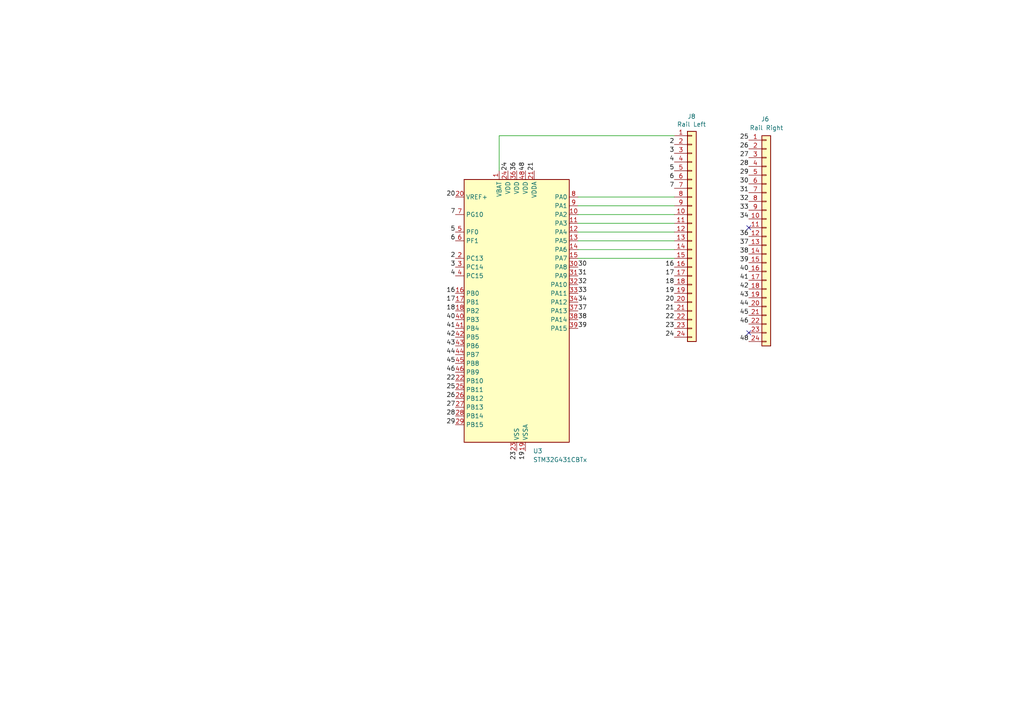
<source format=kicad_sch>
(kicad_sch (version 20231120) (generator "eeschema") (generator_version "8.0")
  (paper "A4")
  (lib_symbols
    (symbol "Connector_Generic:Conn_01x24" (pin_names (offset 1.016) hide)
      (property "Reference" "J" (at 0 30.48 0))
      (property "Value" "Conn_01x24" (at 0 -33.02 0))
      (symbol "Conn_01x24_1_1"
        (rectangle (start -1.27 -30.353) (end 0 -30.607) (stroke (width 0.1524)))
        (rectangle (start -1.27 -27.813) (end 0 -28.067) (stroke (width 0.1524)))
        (rectangle (start -1.27 -25.273) (end 0 -25.527) (stroke (width 0.1524)))
        (rectangle (start -1.27 -22.733) (end 0 -22.987) (stroke (width 0.1524)))
        (rectangle (start -1.27 -20.193) (end 0 -20.447) (stroke (width 0.1524)))
        (rectangle (start -1.27 -17.653) (end 0 -17.907) (stroke (width 0.1524)))
        (rectangle (start -1.27 -15.113) (end 0 -15.367) (stroke (width 0.1524)))
        (rectangle (start -1.27 -12.573) (end 0 -12.827) (stroke (width 0.1524)))
        (rectangle (start -1.27 -10.033) (end 0 -10.287) (stroke (width 0.1524)))
        (rectangle (start -1.27 -7.493) (end 0 -7.747) (stroke (width 0.1524)))
        (rectangle (start -1.27 -4.953) (end 0 -5.207) (stroke (width 0.1524)))
        (rectangle (start -1.27 -2.413) (end 0 -2.667) (stroke (width 0.1524)))
        (rectangle (start -1.27 0.127) (end 0 -0.127) (stroke (width 0.1524)))
        (rectangle (start -1.27 2.667) (end 0 2.413) (stroke (width 0.1524)))
        (rectangle (start -1.27 5.207) (end 0 4.953) (stroke (width 0.1524)))
        (rectangle (start -1.27 7.747) (end 0 7.493) (stroke (width 0.1524)))
        (rectangle (start -1.27 10.287) (end 0 10.033) (stroke (width 0.1524)))
        (rectangle (start -1.27 12.827) (end 0 12.573) (stroke (width 0.1524)))
        (rectangle (start -1.27 15.367) (end 0 15.113) (stroke (width 0.1524)))
        (rectangle (start -1.27 17.907) (end 0 17.653) (stroke (width 0.1524)))
        (rectangle (start -1.27 20.447) (end 0 20.193) (stroke (width 0.1524)))
        (rectangle (start -1.27 22.987) (end 0 22.733) (stroke (width 0.1524)))
        (rectangle (start -1.27 25.527) (end 0 25.273) (stroke (width 0.1524)))
        (rectangle (start -1.27 28.067) (end 0 27.813) (stroke (width 0.1524)))
        (rectangle (start -1.27 29.21) (end 1.27 -31.75) (stroke (width 0.254)) (fill (type background)))
        (pin passive line (at -5.08 27.94 0) (length 3.81) (name "Pin_1") (number "1"))
        (pin passive line (at -5.08 5.08 0) (length 3.81) (name "Pin_10") (number "10"))
        (pin passive line (at -5.08 2.54 0) (length 3.81) (name "Pin_11") (number "11"))
        (pin passive line (at -5.08 0 0) (length 3.81) (name "Pin_12") (number "12"))
        (pin passive line (at -5.08 -2.54 0) (length 3.81) (name "Pin_13") (number "13"))
        (pin passive line (at -5.08 -5.08 0) (length 3.81) (name "Pin_14") (number "14"))
        (pin passive line (at -5.08 -7.62 0) (length 3.81) (name "Pin_15") (number "15"))
        (pin passive line (at -5.08 -10.16 0) (length 3.81) (name "Pin_16") (number "16"))
        (pin passive line (at -5.08 -12.7 0) (length 3.81) (name "Pin_17") (number "17"))
        (pin passive line (at -5.08 -15.24 0) (length 3.81) (name "Pin_18") (number "18"))
        (pin passive line (at -5.08 -17.78 0) (length 3.81) (name "Pin_19") (number "19"))
        (pin passive line (at -5.08 25.4 0) (length 3.81) (name "Pin_2") (number "2"))
        (pin passive line (at -5.08 -20.32 0) (length 3.81) (name "Pin_20") (number "20"))
        (pin passive line (at -5.08 -22.86 0) (length 3.81) (name "Pin_21") (number "21"))
        (pin passive line (at -5.08 -25.4 0) (length 3.81) (name "Pin_22") (number "22"))
        (pin passive line (at -5.08 -27.94 0) (length 3.81) (name "Pin_23") (number "23"))
        (pin passive line (at -5.08 -30.48 0) (length 3.81) (name "Pin_24") (number "24"))
        (pin passive line (at -5.08 22.86 0) (length 3.81) (name "Pin_3") (number "3"))
        (pin passive line (at -5.08 20.32 0) (length 3.81) (name "Pin_4") (number "4"))
        (pin passive line (at -5.08 17.78 0) (length 3.81) (name "Pin_5") (number "5"))
        (pin passive line (at -5.08 15.24 0) (length 3.81) (name "Pin_6") (number "6"))
        (pin passive line (at -5.08 12.7 0) (length 3.81) (name "Pin_7") (number "7"))
        (pin passive line (at -5.08 10.16 0) (length 3.81) (name "Pin_8") (number "8"))
        (pin passive line (at -5.08 7.62 0) (length 3.81) (name "Pin_9") (number "9"))
      )
    )
    (symbol "MCU_ST_STM32G4:STM32G431CBTx"
      (property "Reference" "U" (at -15.24 39.37 0))
      (property "Value" "STM32G431CBTx" (at 7.62 39.37 0))
      (symbol "STM32G431CBTx_0_1"
        (rectangle (start -15.24 -38.1) (end 15.24 38.1) (stroke (width 0.254)) (fill (type background)))
      )
      (symbol "STM32G431CBTx_1_1"
        (pin power_in line (at -5.08 40.64 270) (length 2.54) (name "VBAT") (number "1"))
        (pin bidirectional line (at 17.78 27.94 180) (length 2.54) (name "PA2") (number "10"))
        (pin bidirectional line (at 17.78 25.4 180) (length 2.54) (name "PA3") (number "11"))
        (pin bidirectional line (at 17.78 22.86 180) (length 2.54) (name "PA4") (number "12"))
        (pin bidirectional line (at 17.78 20.32 180) (length 2.54) (name "PA5") (number "13"))
        (pin bidirectional line (at 17.78 17.78 180) (length 2.54) (name "PA6") (number "14"))
        (pin bidirectional line (at 17.78 15.24 180) (length 2.54) (name "PA7") (number "15"))
        (pin bidirectional line (at -17.78 5.08 0) (length 2.54) (name "PB0") (number "16"))
        (pin bidirectional line (at -17.78 2.54 0) (length 2.54) (name "PB1") (number "17"))
        (pin bidirectional line (at -17.78 0 0) (length 2.54) (name "PB2") (number "18"))
        (pin power_in line (at 2.54 -40.64 90) (length 2.54) (name "VSSA") (number "19"))
        (pin bidirectional line (at -17.78 15.24 0) (length 2.54) (name "PC13") (number "2"))
        (pin input line (at -17.78 33.02 0) (length 2.54) (name "VREF+") (number "20"))
        (pin power_in line (at 5.08 40.64 270) (length 2.54) (name "VDDA") (number "21"))
        (pin bidirectional line (at -17.78 -20.32 0) (length 2.54) (name "PB10") (number "22"))
        (pin power_in line (at 0 -40.64 90) (length 2.54) (name "VSS") (number "23"))
        (pin power_in line (at -2.54 40.64 270) (length 2.54) (name "VDD") (number "24"))
        (pin bidirectional line (at -17.78 -22.86 0) (length 2.54) (name "PB11") (number "25"))
        (pin bidirectional line (at -17.78 -25.4 0) (length 2.54) (name "PB12") (number "26"))
        (pin bidirectional line (at -17.78 -27.94 0) (length 2.54) (name "PB13") (number "27"))
        (pin bidirectional line (at -17.78 -30.48 0) (length 2.54) (name "PB14") (number "28"))
        (pin bidirectional line (at -17.78 -33.02 0) (length 2.54) (name "PB15") (number "29"))
        (pin bidirectional line (at -17.78 12.7 0) (length 2.54) (name "PC14") (number "3"))
        (pin bidirectional line (at 17.78 12.7 180) (length 2.54) (name "PA8") (number "30"))
        (pin bidirectional line (at 17.78 10.16 180) (length 2.54) (name "PA9") (number "31"))
        (pin bidirectional line (at 17.78 7.62 180) (length 2.54) (name "PA10") (number "32"))
        (pin bidirectional line (at 17.78 5.08 180) (length 2.54) (name "PA11") (number "33"))
        (pin bidirectional line (at 17.78 2.54 180) (length 2.54) (name "PA12") (number "34"))
        (pin passive line (at 0 -40.64 90) (length 2.54) hide (name "VSS") (number "35"))
        (pin power_in line (at 0 40.64 270) (length 2.54) (name "VDD") (number "36"))
        (pin bidirectional line (at 17.78 0 180) (length 2.54) (name "PA13") (number "37"))
        (pin bidirectional line (at 17.78 -2.54 180) (length 2.54) (name "PA14") (number "38"))
        (pin bidirectional line (at 17.78 -5.08 180) (length 2.54) (name "PA15") (number "39"))
        (pin bidirectional line (at -17.78 10.16 0) (length 2.54) (name "PC15") (number "4"))
        (pin bidirectional line (at -17.78 -2.54 0) (length 2.54) (name "PB3") (number "40"))
        (pin bidirectional line (at -17.78 -5.08 0) (length 2.54) (name "PB4") (number "41"))
        (pin bidirectional line (at -17.78 -7.62 0) (length 2.54) (name "PB5") (number "42"))
        (pin bidirectional line (at -17.78 -10.16 0) (length 2.54) (name "PB6") (number "43"))
        (pin bidirectional line (at -17.78 -12.7 0) (length 2.54) (name "PB7") (number "44"))
        (pin bidirectional line (at -17.78 -15.24 0) (length 2.54) (name "PB8") (number "45"))
        (pin bidirectional line (at -17.78 -17.78 0) (length 2.54) (name "PB9") (number "46"))
        (pin passive line (at 0 -40.64 90) (length 2.54) hide (name "VSS") (number "47"))
        (pin power_in line (at 2.54 40.64 270) (length 2.54) (name "VDD") (number "48"))
        (pin bidirectional line (at -17.78 22.86 0) (length 2.54) (name "PF0") (number "5"))
        (pin bidirectional line (at -17.78 20.32 0) (length 2.54) (name "PF1") (number "6"))
        (pin bidirectional line (at -17.78 27.94 0) (length 2.54) (name "PG10") (number "7"))
        (pin bidirectional line (at 17.78 33.02 180) (length 2.54) (name "PA0") (number "8"))
        (pin bidirectional line (at 17.78 30.48 180) (length 2.54) (name "PA1") (number "9"))
      )
    )
  )
  (no_connect (at 217.17 96.52))
  (no_connect (at 217.17 66.04))
  (wire (pts (xy 167.64 74.93) (xy 195.58 74.93)))
  (wire (pts (xy 167.64 59.69) (xy 195.58 59.69)))
  (wire (pts (xy 167.64 67.31) (xy 195.58 67.31)))
  (wire (pts (xy 167.64 72.39) (xy 195.58 72.39)))
  (wire (pts (xy 167.64 62.23) (xy 195.58 62.23)))
  (wire (pts (xy 167.64 57.15) (xy 195.58 57.15)))
  (wire (pts (xy 167.64 64.77) (xy 195.58 64.77)))
  (wire (pts (xy 167.64 69.85) (xy 195.58 69.85)))
  (wire (pts (xy 144.78 39.37) (xy 195.58 39.37)))
  (wire (pts (xy 144.78 49.53) (xy 144.78 39.37)))
  (label "18" (at 195.58 82.55 180))
  (label "5" (at 132.08 67.31 180))
  (label "31" (at 217.17 55.88 180))
  (label "38" (at 217.17 73.66 180))
  (label "2" (at 132.08 74.93 180))
  (label "5" (at 195.58 49.53 180))
  (label "22" (at 195.58 92.71 180))
  (label "33" (at 217.17 60.96 180))
  (label "33" (at 167.64 85.09 0))
  (label "2" (at 195.58 41.91 180))
  (label "3" (at 132.08 77.47 180))
  (label "42" (at 217.17 83.82 180))
  (label "34" (at 167.64 87.63 0))
  (label "37" (at 167.64 90.17 0))
  (label "27" (at 217.17 45.72 180))
  (label "27" (at 132.08 118.11 180))
  (label "22" (at 132.08 110.49 180))
  (label "43" (at 132.08 100.33 180))
  (label "34" (at 217.17 63.5 180))
  (label "48" (at 152.4 49.53 90))
  (label "41" (at 132.08 95.25 180))
  (label "18" (at 132.08 90.17 180))
  (label "26" (at 217.17 43.18 180))
  (label "23" (at 195.58 95.25 180))
  (label "16" (at 132.08 85.09 180))
  (label "29" (at 217.17 50.8 180))
  (label "28" (at 132.08 120.65 180))
  (label "46" (at 132.08 107.95 180))
  (label "6" (at 195.58 52.07 180))
  (label "39" (at 167.64 95.25 0))
  (label "48" (at 217.17 99.06 180))
  (label "30" (at 167.64 77.47 0))
  (label "28" (at 217.17 48.26 180))
  (label "16" (at 195.58 77.47 180))
  (label "4" (at 132.08 80.01 180))
  (label "17" (at 132.08 87.63 180))
  (label "31" (at 167.64 80.01 0))
  (label "24" (at 147.32 49.53 90))
  (label "7" (at 132.08 62.23 180))
  (label "38" (at 167.64 92.71 0))
  (label "21" (at 195.58 90.17 180))
  (label "40" (at 217.17 78.74 180))
  (label "44" (at 217.17 88.9 180))
  (label "39" (at 217.17 76.2 180))
  (label "25" (at 217.17 40.64 180))
  (label "42" (at 132.08 97.79 180))
  (label "3" (at 195.58 44.45 180))
  (label "21" (at 154.94 49.53 90))
  (label "20" (at 132.08 57.15 180))
  (label "19" (at 195.58 85.09 180))
  (label "7" (at 195.58 54.61 180))
  (label "36" (at 217.17 68.58 180))
  (label "25" (at 132.08 113.03 180))
  (label "26" (at 132.08 115.57 180))
  (label "45" (at 217.17 91.44 180))
  (label "32" (at 167.64 82.55 0))
  (label "17" (at 195.58 80.01 180))
  (label "43" (at 217.17 86.36 180))
  (label "19" (at 152.4 130.81 270))
  (label "44" (at 132.08 102.87 180))
  (label "37" (at 217.17 71.12 180))
  (label "36" (at 149.86 49.53 90))
  (label "46" (at 217.17 93.98 180))
  (label "41" (at 217.17 81.28 180))
  (label "4" (at 195.58 46.99 180))
  (label "24" (at 195.58 97.79 180))
  (label "20" (at 195.58 87.63 180))
  (label "6" (at 132.08 69.85 180))
  (label "45" (at 132.08 105.41 180))
  (label "29" (at 132.08 123.19 180))
  (label "40" (at 132.08 92.71 180))
  (label "23" (at 149.86 130.81 270))
  (label "32" (at 217.17 58.42 180))
  (label "30" (at 217.17 53.34 180))
  (symbol (lib_id "MCU_ST_STM32G4:STM32G431CBTx") (at 149.86 90.17 0) (unit 1)
    (property "Reference" "U3" (at 154.5941 130.81 0) (effects (justify left)))
    (property "Value" "STM32G431CBTx" (at 154.5941 133.35 0) (effects (justify left)))
    (property "Footprint" "Package_QFP:LQFP-48_7x7mm_P0.5mm" (effects (hide yes)))
    (property "Datasheet" "https://www.st.com/resource/en/datasheet/stm32g431cb.pdf" (effects (hide yes)))
    (property "Description" "STMicroelectronics Arm Cortex-M4 MCU, 128KB flash, 32KB RAM, 170 MHz, 1.71-3.6V, 38 GPIO, LQFP48" (effects (hide yes)))
    (instances (project "TestBoard" (path "" (reference "U3") (unit 1)) (path "" (reference "U1") (unit 1))))
  )
  (symbol (lib_id "Connector_Generic:Conn_01x24") (at 200.66 67.31 0) (unit 1)
    (property "Reference" "J8" (at 199.39 33.782 0) (effects (justify left)))
    (property "Value" "Rail Left" (at 196.342 36.068 0) (effects (justify left)))
    (property "Footprint" "Connector_PinHeader_2.54mm:PinHeader_1x24_P2.54mm_Vertical" (effects (hide yes)))
    (property "Description" "Generic connector, single row, 01x24, script generated (kicad-library-utils/schlib/autogen/connector/)" (effects (hide yes)))
    (instances (project "TestBoard" (path "" (reference "J8") (unit 1)) (path "" (reference "J7") (unit 1))))
  )
  (symbol (lib_id "Connector_Generic:Conn_01x24") (at 222.25 68.58 0) (unit 1)
    (property "Reference" "J6" (at 220.726 34.544 0) (effects (justify left)))
    (property "Value" "Rail Right" (at 217.424 37.084 0) (effects (justify left)))
    (property "Footprint" "Connector_PinHeader_2.54mm:PinHeader_1x24_P2.54mm_Vertical" (effects (hide yes)))
    (property "Description" "Generic connector, single row, 01x24, script generated (kicad-library-utils/schlib/autogen/connector/)" (effects (hide yes)))
    (instances (project "" (path "" (reference "J6") (unit 1)) (path "" (reference "J5") (unit 1))))
  )
)
</source>
